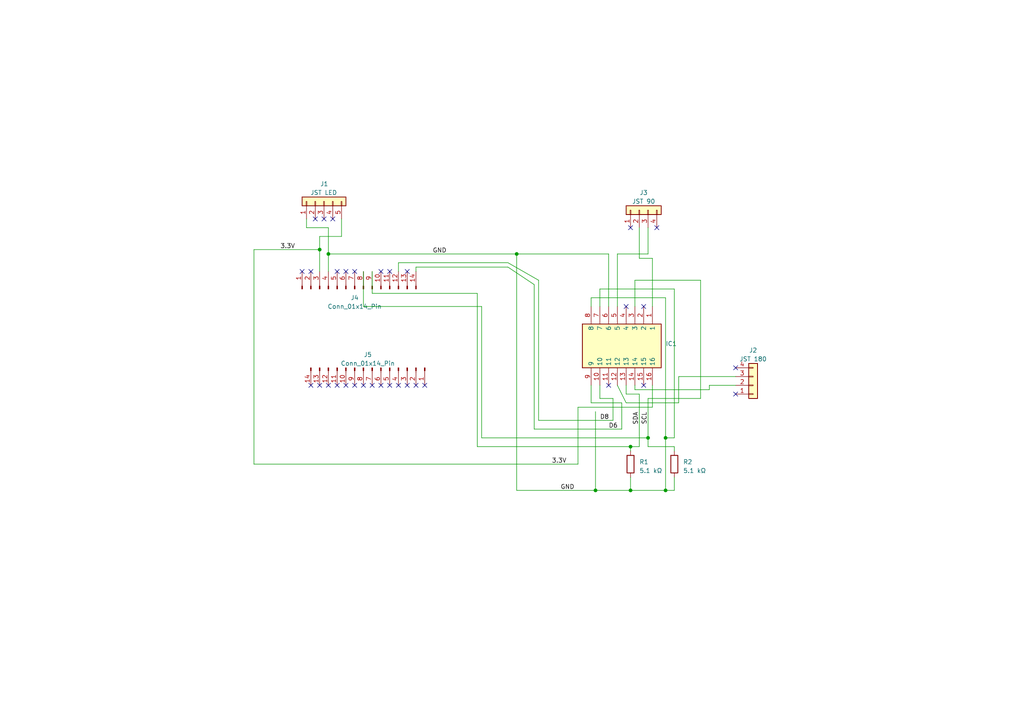
<source format=kicad_sch>
(kicad_sch (version 20230121) (generator eeschema)
  (paper "A4")
  (title_block (title "Turbidity Sensor PCB") (date "2023-12-19") (rev "11") (company "AU/AUD"))
  (lib_symbols
    (symbol "Conn_01x14_Pin_1" (pin_names (offset 1.016) hide)
      (property "Reference" "J2" (at -2.54 0 90))
      (property "Value" "Conn_01x14_Pin" (at -5.08 0 90))
      (symbol "Conn_01x14_Pin_1_1_1"
        (polyline (pts (xy 1.27 -17.78) (xy 0.8636 -17.78)) (stroke (width 0.1524)))
        (polyline (pts (xy 1.27 -15.24) (xy 0.8636 -15.24)) (stroke (width 0.1524)))
        (polyline (pts (xy 1.27 -12.7) (xy 0.8636 -12.7)) (stroke (width 0.1524)))
        (polyline (pts (xy 1.27 -10.16) (xy 0.8636 -10.16)) (stroke (width 0.1524)))
        (polyline (pts (xy 1.27 -7.62) (xy 0.8636 -7.62)) (stroke (width 0.1524)))
        (polyline (pts (xy 1.27 -5.08) (xy 0.8636 -5.08)) (stroke (width 0.1524)))
        (polyline (pts (xy 1.27 -2.54) (xy 0.8636 -2.54)) (stroke (width 0.1524)))
        (polyline (pts (xy 1.27 0) (xy 0.8636 0)) (stroke (width 0.1524)))
        (polyline (pts (xy 1.27 2.54) (xy 0.8636 2.54)) (stroke (width 0.1524)))
        (polyline (pts (xy 1.27 5.08) (xy 0.8636 5.08)) (stroke (width 0.1524)))
        (polyline (pts (xy 1.27 7.62) (xy 0.8636 7.62)) (stroke (width 0.1524)))
        (polyline (pts (xy 1.27 10.16) (xy 0.8636 10.16)) (stroke (width 0.1524)))
        (polyline (pts (xy 1.27 12.7) (xy 0.8636 12.7)) (stroke (width 0.1524)))
        (polyline (pts (xy 1.27 15.24) (xy 0.8636 15.24)) (stroke (width 0.1524)))
        (rectangle (start 0.8636 -17.653) (end 0 -17.907) (stroke (width 0.1524)) (fill (type outline)))
        (rectangle (start 0.8636 -15.113) (end 0 -15.367) (stroke (width 0.1524)) (fill (type outline)))
        (rectangle (start 0.8636 -12.573) (end 0 -12.827) (stroke (width 0.1524)) (fill (type outline)))
        (rectangle (start 0.8636 -10.033) (end 0 -10.287) (stroke (width 0.1524)) (fill (type outline)))
        (rectangle (start 0.8636 -7.493) (end 0 -7.747) (stroke (width 0.1524)) (fill (type outline)))
        (rectangle (start 0.8636 -4.953) (end 0 -5.207) (stroke (width 0.1524)) (fill (type outline)))
        (rectangle (start 0.8636 -2.413) (end 0 -2.667) (stroke (width 0.1524)) (fill (type outline)))
        (rectangle (start 0.8636 0.127) (end 0 -0.127) (stroke (width 0.1524)) (fill (type outline)))
        (rectangle (start 0.8636 2.667) (end 0 2.413) (stroke (width 0.1524)) (fill (type outline)))
        (rectangle (start 0.8636 5.207) (end 0 4.953) (stroke (width 0.1524)) (fill (type outline)))
        (rectangle (start 0.8636 7.747) (end 0 7.493) (stroke (width 0.1524)) (fill (type outline)))
        (rectangle (start 0.8636 10.287) (end 0 10.033) (stroke (width 0.1524)) (fill (type outline)))
        (rectangle (start 0.8636 12.827) (end 0 12.573) (stroke (width 0.1524)) (fill (type outline)))
        (rectangle (start 0.8636 15.367) (end 0 15.113) (stroke (width 0.1524)) (fill (type outline)))
        (pin passive line (at 5.08 15.24 180) (length 3.81) (name "Pin_1") (number "1"))
        (pin passive line (at 5.08 -7.62 180) (length 3.81) (name "Pin_10") (number "10"))
        (pin passive line (at 5.08 -10.16 180) (length 3.81) (name "Pin_11") (number "11"))
        (pin passive line (at 5.08 -12.7 180) (length 3.81) (name "Pin_12") (number "12"))
        (pin passive line (at 5.08 -15.24 180) (length 3.81) (name "Pin_13") (number "13"))
        (pin passive line (at 5.08 -17.78 180) (length 3.81) (name "Pin_14") (number "14"))
        (pin passive line (at 5.08 12.7 180) (length 3.81) (name "Pin_2") (number "2"))
        (pin power_out line (at 5.08 10.16 180) (length 3.81) (name "Pin_3") (number "3"))
        (pin passive line (at 5.08 7.62 180) (length 3.81) (name "Pin_4") (number "4"))
        (pin passive line (at 5.08 5.08 180) (length 3.81) (name "Pin_5") (number "5"))
        (pin passive line (at 5.08 2.54 180) (length 3.81) (name "Pin_6") (number "6"))
        (pin passive line (at 5.08 0 180) (length 3.81) (name "Pin_7") (number "7"))
        (pin passive line (at 5.08 -2.54 180) (length 3.81) (name "Pin_8") (number "8"))
        (pin passive line (at 5.08 -5.08 180) (length 3.81) (name "Pin_9") (number "9"))
      )
    )
    (symbol "Connector:Conn_01x14_Pin" (pin_names (offset 1.016) hide)
      (property "Reference" "J" (at 0 17.78 0))
      (property "Value" "Conn_01x14_Pin" (at 0 -20.32 0))
      (symbol "Conn_01x14_Pin_1_1"
        (polyline (pts (xy 1.27 -17.78) (xy 0.8636 -17.78)) (stroke (width 0.1524)))
        (polyline (pts (xy 1.27 -15.24) (xy 0.8636 -15.24)) (stroke (width 0.1524)))
        (polyline (pts (xy 1.27 -12.7) (xy 0.8636 -12.7)) (stroke (width 0.1524)))
        (polyline (pts (xy 1.27 -10.16) (xy 0.8636 -10.16)) (stroke (width 0.1524)))
        (polyline (pts (xy 1.27 -7.62) (xy 0.8636 -7.62)) (stroke (width 0.1524)))
        (polyline (pts (xy 1.27 -5.08) (xy 0.8636 -5.08)) (stroke (width 0.1524)))
        (polyline (pts (xy 1.27 -2.54) (xy 0.8636 -2.54)) (stroke (width 0.1524)))
        (polyline (pts (xy 1.27 0) (xy 0.8636 0)) (stroke (width 0.1524)))
        (polyline (pts (xy 1.27 2.54) (xy 0.8636 2.54)) (stroke (width 0.1524)))
        (polyline (pts (xy 1.27 5.08) (xy 0.8636 5.08)) (stroke (width 0.1524)))
        (polyline (pts (xy 1.27 7.62) (xy 0.8636 7.62)) (stroke (width 0.1524)))
        (polyline (pts (xy 1.27 10.16) (xy 0.8636 10.16)) (stroke (width 0.1524)))
        (polyline (pts (xy 1.27 12.7) (xy 0.8636 12.7)) (stroke (width 0.1524)))
        (polyline (pts (xy 1.27 15.24) (xy 0.8636 15.24)) (stroke (width 0.1524)))
        (rectangle (start 0.8636 -17.653) (end 0 -17.907) (stroke (width 0.1524)) (fill (type outline)))
        (rectangle (start 0.8636 -15.113) (end 0 -15.367) (stroke (width 0.1524)) (fill (type outline)))
        (rectangle (start 0.8636 -12.573) (end 0 -12.827) (stroke (width 0.1524)) (fill (type outline)))
        (rectangle (start 0.8636 -10.033) (end 0 -10.287) (stroke (width 0.1524)) (fill (type outline)))
        (rectangle (start 0.8636 -7.493) (end 0 -7.747) (stroke (width 0.1524)) (fill (type outline)))
        (rectangle (start 0.8636 -4.953) (end 0 -5.207) (stroke (width 0.1524)) (fill (type outline)))
        (rectangle (start 0.8636 -2.413) (end 0 -2.667) (stroke (width 0.1524)) (fill (type outline)))
        (rectangle (start 0.8636 0.127) (end 0 -0.127) (stroke (width 0.1524)) (fill (type outline)))
        (rectangle (start 0.8636 2.667) (end 0 2.413) (stroke (width 0.1524)) (fill (type outline)))
        (rectangle (start 0.8636 5.207) (end 0 4.953) (stroke (width 0.1524)) (fill (type outline)))
        (rectangle (start 0.8636 7.747) (end 0 7.493) (stroke (width 0.1524)) (fill (type outline)))
        (rectangle (start 0.8636 10.287) (end 0 10.033) (stroke (width 0.1524)) (fill (type outline)))
        (rectangle (start 0.8636 12.827) (end 0 12.573) (stroke (width 0.1524)) (fill (type outline)))
        (rectangle (start 0.8636 15.367) (end 0 15.113) (stroke (width 0.1524)) (fill (type outline)))
        (pin passive line (at 5.08 15.24 180) (length 3.81) (name "Pin_1") (number "1"))
        (pin passive line (at 5.08 -7.62 180) (length 3.81) (name "Pin_10") (number "10"))
        (pin passive line (at 5.08 -10.16 180) (length 3.81) (name "Pin_11") (number "11"))
        (pin passive line (at 5.08 -12.7 180) (length 3.81) (name "Pin_12") (number "12"))
        (pin passive line (at 5.08 -15.24 180) (length 3.81) (name "Pin_13") (number "13"))
        (pin passive line (at 5.08 -17.78 180) (length 3.81) (name "Pin_14") (number "14"))
        (pin passive line (at 5.08 12.7 180) (length 3.81) (name "Pin_2") (number "2"))
        (pin passive line (at 5.08 10.16 180) (length 3.81) (name "Pin_3") (number "3"))
        (pin passive line (at 5.08 7.62 180) (length 3.81) (name "Pin_4") (number "4"))
        (pin passive line (at 5.08 5.08 180) (length 3.81) (name "Pin_5") (number "5"))
        (pin passive line (at 5.08 2.54 180) (length 3.81) (name "Pin_6") (number "6"))
        (pin passive line (at 5.08 0 180) (length 3.81) (name "Pin_7") (number "7"))
        (pin passive line (at 5.08 -2.54 180) (length 3.81) (name "Pin_8") (number "8"))
        (pin passive line (at 5.08 -5.08 180) (length 3.81) (name "Pin_9") (number "9"))
      )
    )
    (symbol "Connector_Generic:Conn_01x04" (pin_names (offset 1.016) hide)
      (property "Reference" "J" (at 0 5.08 0))
      (property "Value" "Conn_01x04" (at 0 -7.62 0))
      (symbol "Conn_01x04_1_1"
        (rectangle (start -1.27 -4.953) (end 0 -5.207) (stroke (width 0.1524)))
        (rectangle (start -1.27 -2.413) (end 0 -2.667) (stroke (width 0.1524)))
        (rectangle (start -1.27 0.127) (end 0 -0.127) (stroke (width 0.1524)))
        (rectangle (start -1.27 2.667) (end 0 2.413) (stroke (width 0.1524)))
        (rectangle (start -1.27 3.81) (end 1.27 -6.35) (stroke (width 0.254)) (fill (type background)))
        (pin passive line (at -5.08 2.54 0) (length 3.81) (name "Pin_1") (number "1"))
        (pin passive line (at -5.08 0 0) (length 3.81) (name "Pin_2") (number "2"))
        (pin passive line (at -5.08 -2.54 0) (length 3.81) (name "Pin_3") (number "3"))
        (pin passive line (at -5.08 -5.08 0) (length 3.81) (name "Pin_4") (number "4"))
      )
    )
    (symbol "Connector_Generic:Conn_01x05" (pin_names (offset 1.016) hide)
      (property "Reference" "J" (at 0 7.62 0))
      (property "Value" "Conn_01x05" (at 0 -7.62 0))
      (symbol "Conn_01x05_1_1"
        (rectangle (start -1.27 -4.953) (end 0 -5.207) (stroke (width 0.1524)))
        (rectangle (start -1.27 -2.413) (end 0 -2.667) (stroke (width 0.1524)))
        (rectangle (start -1.27 0.127) (end 0 -0.127) (stroke (width 0.1524)))
        (rectangle (start -1.27 2.667) (end 0 2.413) (stroke (width 0.1524)))
        (rectangle (start -1.27 5.207) (end 0 4.953) (stroke (width 0.1524)))
        (rectangle (start -1.27 6.35) (end 1.27 -6.35) (stroke (width 0.254)) (fill (type background)))
        (pin passive line (at -5.08 5.08 0) (length 3.81) (name "Pin_1") (number "1"))
        (pin passive line (at -5.08 2.54 0) (length 3.81) (name "Pin_2") (number "2"))
        (pin passive line (at -5.08 0 0) (length 3.81) (name "Pin_3") (number "3"))
        (pin passive line (at -5.08 -2.54 0) (length 3.81) (name "Pin_4") (number "4"))
        (pin passive line (at -5.08 -5.08 0) (length 3.81) (name "Pin_5") (number "5"))
      )
    )
    (symbol "Device:R" (pin_numbers hide) (pin_names (offset 0))
      (property "Reference" "R" (at 2.032 0 90))
      (property "Value" "R" (at 0 0 90))
      (symbol "R_0_1"
        (rectangle (start -1.016 -2.54) (end 1.016 2.54) (stroke (width 0.254)))
      )
      (symbol "R_1_1"
        (pin passive line (at 0 3.81 270) (length 1.27) (name "~") (number "1"))
        (pin passive line (at 0 -3.81 90) (length 1.27) (name "~") (number "2"))
      )
    )
    (symbol "ProjectSymbols:1-2199298-4"
      (property "Reference" "IC" (at 19.05 7.62 0))
      (property "Value" "1-2199298-4" (at 19.05 5.08 0))
      (symbol "1-2199298-4_1_1"
        (rectangle (start 5.08 2.54) (end 17.78 -20.32) (stroke (width 0.254)) (fill (type background)))
        (pin passive line (at 0 0 0) (length 5.08) (name "1") (number "1"))
        (pin passive line (at 22.86 -15.24 180) (length 5.08) (name "10") (number "10"))
        (pin passive line (at 22.86 -12.7 180) (length 5.08) (name "11") (number "11"))
        (pin passive line (at 22.86 -10.16 180) (length 5.08) (name "12") (number "12"))
        (pin passive line (at 22.86 -7.62 180) (length 5.08) (name "13") (number "13"))
        (pin passive line (at 22.86 -5.08 180) (length 5.08) (name "14") (number "14"))
        (pin passive line (at 22.86 -2.54 180) (length 5.08) (name "15") (number "15"))
        (pin passive line (at 22.86 0 180) (length 5.08) (name "16") (number "16"))
        (pin passive line (at 0 -2.54 0) (length 5.08) (name "2") (number "2"))
        (pin passive line (at 0 -5.08 0) (length 5.08) (name "3") (number "3"))
        (pin passive line (at 0 -7.62 0) (length 5.08) (name "4") (number "4"))
        (pin passive line (at 0 -10.16 0) (length 5.08) (name "5") (number "5"))
        (pin passive line (at 0 -12.7 0) (length 5.08) (name "6") (number "6"))
        (pin passive line (at 0 -15.24 0) (length 5.08) (name "7") (number "7"))
        (pin passive line (at 0 -17.78 0) (length 5.08) (name "8") (number "8"))
        (pin passive line (at 22.86 -17.78 180) (length 5.08) (name "9") (number "9"))
      )
    )
  )
  (junction (at 193.04 142.24))
  (junction (at 149.86 73.66))
  (junction (at 182.88 142.24))
  (junction (at 182.88 129.54))
  (junction (at 172.72 142.24))
  (junction (at 95.25 73.66))
  (junction (at 187.96 127))
  (junction (at 193.04 127))
  (junction (at 92.71 72.39))
  (no_connect (at 118.11 111.76))
  (no_connect (at 90.17 78.74))
  (no_connect (at 213.36 114.3))
  (no_connect (at 92.71 111.76))
  (no_connect (at 182.88 66.04))
  (no_connect (at 105.41 111.76))
  (no_connect (at 181.61 88.9))
  (no_connect (at 113.03 78.74))
  (no_connect (at 213.36 106.68))
  (no_connect (at 97.79 78.74))
  (no_connect (at 113.03 111.76))
  (no_connect (at 186.69 111.76))
  (no_connect (at 110.49 111.76))
  (no_connect (at 90.17 111.76))
  (no_connect (at 102.87 78.74))
  (no_connect (at 95.25 111.76))
  (no_connect (at 97.79 111.76))
  (no_connect (at 186.69 88.9))
  (no_connect (at 118.11 78.74))
  (no_connect (at 100.33 111.76))
  (no_connect (at 120.65 111.76))
  (no_connect (at 87.63 78.74))
  (no_connect (at 176.53 111.76))
  (no_connect (at 100.33 78.74))
  (no_connect (at 96.52 63.5))
  (no_connect (at 93.98 63.5))
  (no_connect (at 115.57 111.76))
  (no_connect (at 190.5 66.04))
  (no_connect (at 91.44 63.5))
  (no_connect (at 110.49 78.74))
  (no_connect (at 107.95 111.76))
  (no_connect (at 123.19 111.76))
  (no_connect (at 102.87 111.76))
  (wire (pts (xy 213.36 109.22) (xy 196.85 109.22)))
  (wire (pts (xy 184.15 88.9) (xy 184.15 81.28)))
  (wire (pts (xy 182.88 142.24) (xy 193.04 142.24)))
  (wire (pts (xy 177.8 115.57) (xy 177.8 121.92)))
  (wire (pts (xy 73.66 134.62) (xy 167.64 134.62)))
  (wire (pts (xy 195.58 127) (xy 193.04 127)))
  (wire (pts (xy 184.15 81.28) (xy 203.2 81.28)))
  (wire (pts (xy 172.72 142.24) (xy 182.88 142.24)))
  (wire (pts (xy 180.34 124.46) (xy 154.94 124.46)))
  (wire (pts (xy 187.96 115.57) (xy 187.96 127)))
  (wire (pts (xy 172.72 119.38) (xy 172.72 142.24)))
  (wire (pts (xy 173.99 83.82) (xy 173.99 88.9)))
  (wire (pts (xy 181.61 114.3) (xy 185.42 114.3)))
  (wire (pts (xy 95.25 66.04) (xy 88.9 66.04)))
  (wire (pts (xy 177.8 121.92) (xy 156.21 121.92)))
  (wire (pts (xy 184.15 111.76) (xy 184.15 113.03)))
  (wire (pts (xy 92.71 78.74) (xy 92.71 72.39)))
  (wire (pts (xy 193.04 142.24) (xy 195.58 142.24)))
  (wire (pts (xy 195.58 83.82) (xy 173.99 83.82)))
  (wire (pts (xy 171.45 111.76) (xy 171.45 116.84)))
  (wire (pts (xy 193.04 127) (xy 193.04 142.24)))
  (wire (pts (xy 185.42 74.93) (xy 189.23 74.93)))
  (wire (pts (xy 195.58 129.54) (xy 195.58 130.81)))
  (wire (pts (xy 196.85 116.84) (xy 181.61 116.84)))
  (wire (pts (xy 171.45 86.36) (xy 171.45 88.9)))
  (wire (pts (xy 149.86 73.66) (xy 176.53 73.66)))
  (wire (pts (xy 73.66 72.39) (xy 92.71 72.39)))
  (wire (pts (xy 187.96 127) (xy 187.96 129.54)))
  (wire (pts (xy 196.85 109.22) (xy 196.85 116.84)))
  (wire (pts (xy 203.2 81.28) (xy 203.2 115.57)))
  (wire (pts (xy 182.88 129.54) (xy 182.88 130.81)))
  (wire (pts (xy 115.57 76.2) (xy 115.57 78.74)))
  (wire (pts (xy 154.94 124.46) (xy 154.94 82.55)))
  (wire (pts (xy 139.7 127) (xy 187.96 127)))
  (wire (pts (xy 189.23 74.93) (xy 189.23 88.9)))
  (wire (pts (xy 154.94 82.55) (xy 147.32 77.47)))
  (wire (pts (xy 189.23 118.11) (xy 189.23 111.76)))
  (wire (pts (xy 149.86 142.24) (xy 172.72 142.24)))
  (wire (pts (xy 171.45 116.84) (xy 180.34 116.84)))
  (wire (pts (xy 105.41 88.9) (xy 139.7 88.9)))
  (wire (pts (xy 156.21 121.92) (xy 156.21 81.28)))
  (wire (pts (xy 195.58 138.43) (xy 195.58 142.24)))
  (wire (pts (xy 173.99 111.76) (xy 173.99 115.57)))
  (wire (pts (xy 138.43 129.54) (xy 182.88 129.54)))
  (wire (pts (xy 180.34 116.84) (xy 180.34 124.46)))
  (wire (pts (xy 88.9 63.5) (xy 88.9 66.04)))
  (wire (pts (xy 193.04 86.36) (xy 171.45 86.36)))
  (wire (pts (xy 205.74 111.76) (xy 213.36 111.76)))
  (wire (pts (xy 187.96 66.04) (xy 187.96 73.66)))
  (wire (pts (xy 205.74 113.03) (xy 205.74 111.76)))
  (wire (pts (xy 95.25 78.74) (xy 95.25 73.66)))
  (wire (pts (xy 182.88 138.43) (xy 182.88 142.24)))
  (wire (pts (xy 139.7 127) (xy 139.7 88.9)))
  (wire (pts (xy 92.71 72.39) (xy 92.71 68.58)))
  (wire (pts (xy 73.66 72.39) (xy 73.66 134.62)))
  (wire (pts (xy 107.95 85.09) (xy 107.95 78.74)))
  (wire (pts (xy 181.61 116.84) (xy 179.07 111.76)))
  (wire (pts (xy 181.61 111.76) (xy 181.61 114.3)))
  (wire (pts (xy 156.21 81.28) (xy 147.32 76.2)))
  (wire (pts (xy 185.42 129.54) (xy 182.88 129.54)))
  (wire (pts (xy 138.43 129.54) (xy 138.43 85.09)))
  (wire (pts (xy 203.2 115.57) (xy 187.96 115.57)))
  (wire (pts (xy 92.71 68.58) (xy 99.06 68.58)))
  (wire (pts (xy 179.07 73.66) (xy 179.07 88.9)))
  (wire (pts (xy 184.15 113.03) (xy 205.74 113.03)))
  (wire (pts (xy 149.86 73.66) (xy 149.86 142.24)))
  (wire (pts (xy 195.58 83.82) (xy 195.58 127)))
  (wire (pts (xy 187.96 73.66) (xy 179.07 73.66)))
  (wire (pts (xy 185.42 66.04) (xy 185.42 74.93)))
  (wire (pts (xy 193.04 86.36) (xy 193.04 127)))
  (wire (pts (xy 167.64 118.11) (xy 167.64 134.62)))
  (wire (pts (xy 95.25 73.66) (xy 149.86 73.66)))
  (wire (pts (xy 95.25 73.66) (xy 95.25 66.04)))
  (wire (pts (xy 185.42 114.3) (xy 185.42 129.54)))
  (wire (pts (xy 167.64 118.11) (xy 189.23 118.11)))
  (wire (pts (xy 176.53 88.9) (xy 176.53 73.66)))
  (wire (pts (xy 173.99 115.57) (xy 177.8 115.57)))
  (wire (pts (xy 105.41 78.74) (xy 105.41 88.9)))
  (wire (pts (xy 99.06 68.58) (xy 99.06 63.5)))
  (wire (pts (xy 187.96 129.54) (xy 195.58 129.54)))
  (wire (pts (xy 115.57 76.2) (xy 147.32 76.2)))
  (wire (pts (xy 138.43 85.09) (xy 107.95 85.09)))
  (wire (pts (xy 120.65 77.47) (xy 120.65 78.74)))
  (wire (pts (xy 147.32 77.47) (xy 120.65 77.47)))
  (label "SCL" (at 187.96 119.38 270))
  (label "3.3V" (at 160.02 134.62 0))
  (label "D8" (at 173.99 121.92 0))
  (label "GND" (at 162.56 142.24 0))
  (label "3.3V" (at 81.28 72.39 0))
  (label "D6" (at 176.53 124.46 0))
  (label "GND" (at 129.54 73.66 180))
  (label "SDA" (at 185.42 119.38 270))
  (symbol (lib_id "Device:R") (at 182.88 134.62 0) (unit 1)
    (property "Reference" "R1" (at 185.42 133.985 0) (effects (justify left)))
    (property "Value" "5.1 kΩ" (at 185.42 136.525 0) (effects (justify left)))
    (property "Footprint" "Resistor_SMD:R_0805_2012Metric_Pad1.20x1.40mm_HandSolder" (effects hide))
  )
  (symbol (lib_id "Connector_Generic:Conn_01x05") (at 93.98 58.42 90) (unit 1)
    (property "Reference" "J1" (at 95.25 53.34 90) (effects (justify left)))
    (property "Value" "JST LED" (at 97.79 55.88 90) (effects (justify left)))
    (property "Footprint" "Connector_JST:JST_SH_SM05B-SRSS-TB_1x05-1MP_P1.00mm_Horizontal" (effects hide))
  )
  (symbol (lib_name "Conn_01x14_Pin_1") (lib_id "Connector:Conn_01x14_Pin") (at 102.87 83.82 90) (unit 1)
    (property "Reference" "J4" (at 102.87 86.36 90))
    (property "Value" "Conn_01x14_Pin" (at 102.87 88.9 90))
    (property "Footprint" "Connector_PinSocket_2.54mm:PinSocket_1x14_P2.54mm_Vertical" (effects hide))
  )
  (symbol (lib_id "ProjectSymbols:1-2199298-4") (at 189.23 88.9 270) (unit 1)
    (property "Reference" "IC1" (at 193.04 99.695 90) (effects (justify left)))
    (property "Value" "1-2199298-4" (effects hide))
    (property "Footprint" "DIPS762W70P254L2032H510Q16N" (effects hide))
    (property "Datasheet" "https://www.te.com/commerce/DocumentDelivery/DDEController?Action=showdoc&DocId=Customer+Drawing%7F2199298%7FA%7Fpdf%7FEnglish%7FENG_CD_2199298_A_baseFilename.pdf%7F1-2199298-4" (effects hide))
    (property "Height" "5.1" (effects hide))
    (property "Mouser Part Number" "571-1-2199298-4" (effects hide))
    (property "Mouser Price/Stock" "https://www.mouser.co.uk/ProductDetail/TE-Connectivity/1-2199298-4?qs=fK8dlpkaUMvpL10rY9Abiw%3D%3D" (effects hide))
    (property "Manufacturer_Name" "TE Connectivity" (effects hide))
    (property "Manufacturer_Part_Number" "1-2199298-4" (effects hide))
  )
  (symbol (lib_id "Device:R") (at 195.58 134.62 0) (unit 1)
    (property "Reference" "R2" (at 198.12 133.985 0) (effects (justify left)))
    (property "Value" "5.1 kΩ" (at 198.12 136.525 0) (effects (justify left)))
    (property "Footprint" "Resistor_SMD:R_0805_2012Metric_Pad1.20x1.40mm_HandSolder" (effects hide))
  )
  (symbol (lib_id "Connector_Generic:Conn_01x04") (at 218.44 111.76 0) (mirror x) (unit 1)
    (property "Reference" "J2" (at 218.44 101.6 0))
    (property "Value" "JST 180" (at 218.44 104.14 0))
    (property "Footprint" "Connector_JST:JST_SH_SM04B-SRSS-TB_1x04-1MP_P1.00mm_Horizontal" (effects hide))
  )
  (symbol (lib_id "Connector:Conn_01x14_Pin") (at 107.95 106.68 270) (unit 1)
    (property "Reference" "J5" (at 106.68 102.87 90))
    (property "Value" "Conn_01x14_Pin" (at 106.68 105.41 90))
    (property "Footprint" "Connector_PinSocket_2.54mm:PinSocket_1x14_P2.54mm_Vertical" (effects hide))
  )
  (symbol (lib_id "Connector_Generic:Conn_01x04") (at 185.42 60.96 90) (unit 1)
    (property "Reference" "J3" (at 186.69 55.88 90))
    (property "Value" "JST 90" (at 186.69 58.42 90))
    (property "Footprint" "Connector_JST:JST_SH_SM04B-SRSS-TB_1x04-1MP_P1.00mm_Horizontal" (effects hide))
  )
)
</source>
